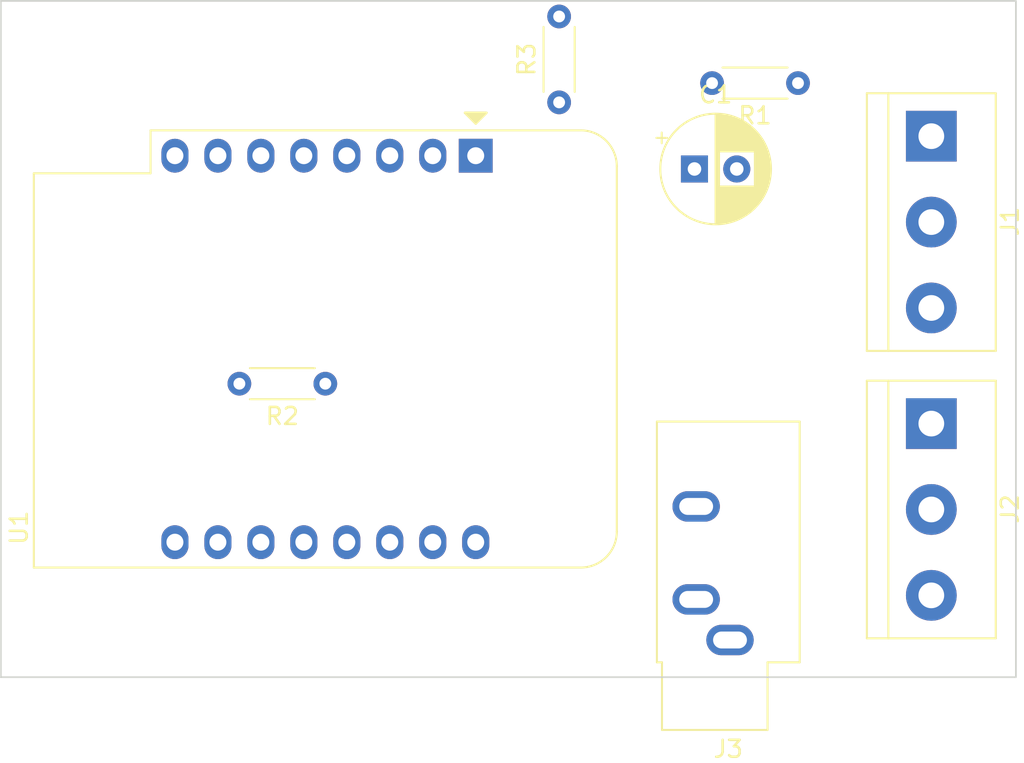
<source format=kicad_pcb>
(kicad_pcb (version 20211014) (generator pcbnew)
  (layers (0 "F.Cu" signal) (31 "B.Cu" signal) (34 "B.Paste" user) (35 "F.Paste" user) (36 "B.SilkS" user "B.Silkscreen") (37 "F.SilkS" user "F.Silkscreen") (38 "B.Mask" user) (39 "F.Mask" user) (44 "Edge.Cuts" user))
  (net 0 "")
  (net 1 "GND")
  (net 2 "Net-(C1-Pad2)")
  (net 3 "Net-(J1-Pad2)")
  (net 4 "+3V3")
  (net 5 "Net-(J3-Pad1)")
  (net 12 "Net-(U1-Pad9)")
  (footprint "Connector_Audio:Jack_3.5mm_CUI_SJ1-3533NG_Horizontal" (layer "F.Cu") (at 67.1 55.8 180)
    (fp_text reference "J3" (at 0.1 -6.45) (layer "F.SilkS"))
    (fp_text value "CT Clamp")
    (fp_line (start -4.12 12.92) (end -4.12 -1.32) (layer "F.SilkS") (width 0.12))
    (fp_line (start 4.02 -5.32) (end 4.02 -1.32) (layer "F.SilkS") (width 0.12))
    (fp_line (start -2.22 -1.32) (end -2.22 -5.32) (layer "F.SilkS") (width 0.12))
    (fp_line (start 4.32 12.92) (end -4.12 12.92) (layer "F.SilkS") (width 0.12))
    (fp_line (start 4.02 -1.32) (end 4.32 -1.32) (layer "F.SilkS") (width 0.12))
    (fp_line (start -2.22 -5.32) (end 4.02 -5.32) (layer "F.SilkS") (width 0.12))
    (fp_line (start 4.32 -1.32) (end 4.32 12.92) (layer "F.SilkS") (width 0.12))
    (fp_line (start -4.12 -1.32) (end -2.22 -1.32) (layer "F.SilkS") (width 0.12))
    (pad "R" thru_hole oval locked (at 2 7.9 180) (size 2.8 1.8) (drill oval 2 1) (layers *.Cu *.Mask))
    (pad "S" thru_hole oval locked (at 0 0 180) (size 2.8 1.8) (drill oval 2 1) (layers *.Cu *.Mask))
    (pad "T" thru_hole oval locked (at 2 2.4 180) (size 2.8 1.8) (drill oval 2 1) (layers *.Cu *.Mask))
  )
  (footprint "Capacitor_THT:CP_Radial_D6.3mm_P2.50mm" (layer "F.Cu") (at 65 27.94)
    (fp_text reference "C1" (at 1.25 -4.4) (layer "F.SilkS"))
    (fp_text value "10uF")
    (fp_line (start 2.091 1.04) (end 2.091 3.121) (layer "F.SilkS") (width 0.12))
    (fp_line (start 3.851 -1.944) (end 3.851 1.944) (layer "F.SilkS") (width 0.12))
    (fp_line (start 4.091 -1.581) (end 4.091 1.581) (layer "F.SilkS") (width 0.12))
    (fp_line (start 3.531 1.04) (end 3.531 2.305) (layer "F.SilkS") (width 0.12))
    (fp_line (start 2.051 1.04) (end 2.051 3.131) (layer "F.SilkS") (width 0.12))
    (fp_line (start 2.891 -2.79) (end 2.891 -1.04) (layer "F.SilkS") (width 0.12))
    (fp_line (start 2.331 1.04) (end 2.331 3.047) (layer "F.SilkS") (width 0.12))
    (fp_line (start 4.011 -1.714) (end 4.011 1.714) (layer "F.SilkS") (width 0.12))
    (fp_line (start 3.651 -2.182) (end 3.651 2.182) (layer "F.SilkS") (width 0.12))
    (fp_line (start 3.251 1.04) (end 3.251 2.548) (layer "F.SilkS") (width 0.12))
    (fp_line (start 2.571 -2.952) (end 2.571 -1.04) (layer "F.SilkS") (width 0.12))
    (fp_line (start 4.171 -1.432) (end 4.171 1.432) (layer "F.SilkS") (width 0.12))
    (fp_line (start 2.851 -2.812) (end 2.851 -1.04) (layer "F.SilkS") (width 0.12))
    (fp_line (start 3.931 -1.834) (end 3.931 1.834) (layer "F.SilkS") (width 0.12))
    (fp_line (start 2.971 1.04) (end 2.971 2.742) (layer "F.SilkS") (width 0.12))
    (fp_line (start 2.491 -2.986) (end 2.491 -1.04) (layer "F.SilkS") (width 0.12))
    (fp_line (start 4.371 -0.94) (end 4.371 0.94) (layer "F.SilkS") (width 0.12))
    (fp_line (start 2.691 1.04) (end 2.691 2.896) (layer "F.SilkS") (width 0.12))
    (fp_line (start 1.77 -3.189) (end 1.77 -1.04) (layer "F.SilkS") (width 0.12))
    (fp_line (start 3.371 -2.45) (end 3.371 -1.04) (layer "F.SilkS") (width 0.12))
    (fp_line (start 2.811 -2.834) (end 2.811 -1.04) (layer "F.SilkS") (width 0.12))
    (fp_line (start 1.89 1.04) (end 1.89 3.167) (layer "F.SilkS") (width 0.12))
    (fp_line (start 3.451 -2.38) (end 3.451 -1.04) (layer "F.SilkS") (width 0.12))
    (fp_line (start 2.851 1.04) (end 2.851 2.812) (layer "F.SilkS") (width 0.12))
    (fp_line (start 1.69 -3.201) (end 1.69 -1.04) (layer "F.SilkS") (width 0.12))
    (fp_line (start 2.531 -2.97) (end 2.531 -1.04) (layer "F.SilkS") (width 0.12))
    (fp_line (start 3.091 -2.664) (end 3.091 -1.04) (layer "F.SilkS") (width 0.12))
    (fp_line (start 1.33 -3.23) (end 1.33 3.23) (layer "F.SilkS") (width 0.12))
    (fp_line (start 2.411 1.04) (end 2.411 3.018) (layer "F.SilkS") (width 0.12))
    (fp_line (start 2.531 1.04) (end 2.531 2.97) (layer "F.SilkS") (width 0.12))
    (fp_line (start 2.291 -3.061) (end 2.291 -1.04) (layer "F.SilkS") (width 0.12))
    (fp_line (start 1.971 1.04) (end 1.971 3.15) (layer "F.SilkS") (width 0.12))
    (fp_line (start 1.53 -3.218) (end 1.53 -1.04) (layer "F.SilkS") (width 0.12))
    (fp_line (start 2.731 -2.876) (end 2.731 -1.04) (layer "F.SilkS") (width 0.12))
    (fp_line (start 3.051 1.04) (end 3.051 2.69) (layer "F.SilkS") (width 0.12))
    (fp_line (start 1.25 -3.23) (end 1.25 3.23) (layer "F.SilkS") (width 0.12))
    (fp_line (start 3.691 -2.137) (end 3.691 2.137) (layer "F.SilkS") (width 0.12))
    (fp_line (start 2.371 -3.033) (end 2.371 -1.04) (layer "F.SilkS") (width 0.12))
    (fp_line (start 2.131 1.04) (end 2.131 3.11) (layer "F.SilkS") (width 0.12))
    (fp_line (start 3.491 -2.343) (end 3.491 -1.04) (layer "F.SilkS") (width 0.12))
    (fp_line (start 3.131 -2.636) (end 3.131 -1.04) (layer "F.SilkS") (width 0.12))
    (fp_line (start 1.41 -3.227) (end 1.41 3.227) (layer "F.SilkS") (width 0.12))
    (fp_line (start 4.411 -0.802) (end 4.411 0.802) (layer "F.SilkS") (width 0.12))
    (fp_line (start 2.691 -2.896) (end 2.691 -1.04) (layer "F.SilkS") (width 0.12))
    (fp_line (start 2.451 -3.002) (end 2.451 -1.04) (layer "F.SilkS") (width 0.12))
    (fp_line (start 1.45 -3.224) (end 1.45 3.224) (layer "F.SilkS") (width 0.12))
    (fp_line (start 1.65 1.04) (end 1.65 3.206) (layer "F.SilkS") (width 0.12))
    (fp_line (start 2.171 1.04) (end 2.171 3.098) (layer "F.SilkS") (width 0.12))
    (fp_line (start 3.171 1.04) (end 3.171 2.607) (layer "F.SilkS") (width 0.12))
    (fp_line (start 3.011 -2.716) (end 3.011 -1.04) (layer "F.SilkS") (width 0.12))
    (fp_line (start 3.731 -2.092) (end 3.731 2.092) (layer "F.SilkS") (width 0.12))
    (fp_line (start 4.211 -1.35) (end 4.211 1.35) (layer "F.SilkS") (width 0.12))
    (fp_line (start 2.411 -3.018) (end 2.411 -1.04) (layer "F.SilkS") (width 0.12))
    (fp_line (start 2.331 -3.047) (end 2.331 -1.04) (layer "F.SilkS") (width 0.12))
    (fp_line (start 2.931 1.04) (end 2.931 2.766) (layer "F.SilkS") (width 0.12))
    (fp_line (start 1.65 -3.206) (end 1.65 -1.04) (layer "F.SilkS") (width 0.12))
    (fp_line (start 2.491 1.04) (end 2.491 2.986) (layer "F.SilkS") (width 0.12))
    (fp_line (start 1.37 -3.228) (end 1.37 3.228) (layer "F.SilkS") (width 0.12))
    (fp_line (start 2.011 1.04) (end 2.011 3.141) (layer "F.SilkS") (width 0.12))
    (fp_line (start 2.771 -2.856) (end 2.771 -1.04) (layer "F.SilkS") (width 0.12))
    (fp_line (start 2.371 1.04) (end 2.371 3.033) (layer "F.SilkS") (width 0.12))
    (fp_line (start 1.49 -3.222) (end 1.49 -1.04) (layer "F.SilkS") (width 0.12))
    (fp_line (start 2.731 1.04) (end 2.731 2.876) (layer "F.SilkS") (width 0.12))
    (fp_line (start 2.811 1.04) (end 2.811 2.834) (layer "F.SilkS") (width 0.12))
    (fp_line (start 1.73 -3.195) (end 1.73 -1.04) (layer "F.SilkS") (width 0.12))
    (fp_line (start 3.251 -2.548) (end 3.251 -1.04) (layer "F.SilkS") (width 0.12))
    (fp_line (start 1.57 -3.215) (end 1.57 -1.04) (layer "F.SilkS") (width 0.12))
    (fp_line (start 3.051 -2.69) (end 3.051 -1.04) (layer "F.SilkS") (width 0.12))
    (fp_line (start 2.131 -3.11) (end 2.131 -1.04) (layer "F.SilkS") (width 0.12))
    (fp_line (start 3.091 1.04) (end 3.091 2.664) (layer "F.SilkS") (width 0.12))
    (fp_line (start 1.89 -3.167) (end 1.89 -1.04) (layer "F.SilkS") (width 0.12))
    (fp_line (start 1.85 1.04) (end 1.85 3.175) (layer "F.SilkS") (width 0.12))
    (fp_line (start -2.250241 -1.839) (end -1.620241 -1.839) (layer "F.SilkS") (width 0.12))
    (fp_line (start 3.211 -2.578) (end 3.211 -1.04) (layer "F.SilkS") (width 0.12))
    (fp_line (start 4.331 -1.059) (end 4.331 1.059) (layer "F.SilkS") (width 0.12))
    (fp_line (start 2.571 1.04) (end 2.571 2.952) (layer "F.SilkS") (width 0.12))
    (fp_line (start 3.451 1.04) (end 3.451 2.38) (layer "F.SilkS") (width 0.12))
    (fp_line (start 2.651 1.04) (end 2.651 2.916) (layer "F.SilkS") (width 0.12))
    (fp_line (start 2.651 -2.916) (end 2.651 -1.04) (layer "F.SilkS") (width 0.12))
    (fp_line (start 3.411 1.04) (end 3.411 2.416) (layer "F.SilkS") (width 0.12))
    (fp_line (start 1.57 1.04) (end 1.57 3.215) (layer "F.SilkS") (width 0.12))
    (fp_line (start 2.611 -2.934) (end 2.611 -1.04) (layer "F.SilkS") (width 0.12))
    (fp_line (start 3.771 -2.044) (end 3.771 2.044) (layer "F.SilkS") (width 0.12))
    (fp_line (start 1.69 1.04) (end 1.69 3.201) (layer "F.SilkS") (width 0.12))
    (fp_line (start 2.211 1.04) (end 2.211 3.086) (layer "F.SilkS") (width 0.12))
    (fp_line (start 1.85 -3.175) (end 1.85 -1.04) (layer "F.SilkS") (width 0.12))
    (fp_line (start 3.291 1.04) (end 3.291 2.516) (layer "F.SilkS") (width 0.12))
    (fp_line (start 3.291 -2.516) (end 3.291 -1.04) (layer "F.SilkS") (width 0.12))
    (fp_line (start 1.73 1.04) (end 1.73 3.195) (layer "F.SilkS") (width 0.12))
    (fp_line (start 2.251 -3.074) (end 2.251 -1.04) (layer "F.SilkS") (width 0.12))
    (fp_line (start 2.251 1.04) (end 2.251 3.074) (layer "F.SilkS") (width 0.12))
    (fp_line (start 1.53 1.04) (end 1.53 3.218) (layer "F.SilkS") (width 0.12))
    (fp_line (start 3.491 1.04) (end 3.491 2.343) (layer "F.SilkS") (width 0.12))
    (fp_line (start 3.411 -2.416) (end 3.411 -1.04) (layer "F.SilkS") (width 0.12))
    (fp_line (start 1.81 1.04) (end 1.81 3.182) (layer "F.SilkS") (width 0.12))
    (fp_line (start 3.611 -2.224) (end 3.611 2.224) (layer "F.SilkS") (width 0.12))
    (fp_line (start 1.93 -3.159) (end 1.93 -1.04) (layer "F.SilkS") (width 0.12))
    (fp_line (start 1.49 1.04) (end 1.49 3.222) (layer "F.SilkS") (width 0.12))
    (fp_line (start 1.81 -3.182) (end 1.81 -1.04) (layer "F.SilkS") (width 0.12))
    (fp_line (start 3.331 -2.484) (end 3.331 -1.04) (layer "F.SilkS") (width 0.12))
    (fp_line (start 4.131 -1.509) (end 4.131 1.509) (layer "F.SilkS") (width 0.12))
    (fp_line (start 2.451 1.04) (end 2.451 3.002) (layer "F.SilkS") (width 0.12))
    (fp_line (start 3.971 -1.776) (end 3.971 1.776) (layer "F.SilkS") (width 0.12))
    (fp_line (start 4.291 -1.165) (end 4.291 1.165) (layer "F.SilkS") (width 0.12))
    (fp_line (start 1.971 -3.15) (end 1.971 -1.04) (layer "F.SilkS") (width 0.12))
    (fp_line (start 3.811 -1.995) (end 3.811 1.995) (layer "F.SilkS") (width 0.12))
    (fp_line (start 4.491 -0.402) (end 4.491 0.402) (layer "F.SilkS") (width 0.12))
    (fp_line (start 2.771 1.04) (end 2.771 2.856) (layer "F.SilkS") (width 0.12))
    (fp_line (start 3.211 1.04) (end 3.211 2.578) (layer "F.SilkS") (width 0.12))
    (fp_line (start 1.61 1.04) (end 1.61 3.211) (layer "F.SilkS") (width 0.12))
    (fp_line (start 3.891 -1.89) (end 3.891 1.89) (layer "F.SilkS") (width 0.12))
    (fp_line (start 1.77 1.04) (end 1.77 3.189) (layer "F.SilkS") (width 0.12))
    (fp_line (start 2.211 -3.086) (end 2.211 -1.04) (layer "F.SilkS") (width 0.12))
    (fp_line (start 3.131 1.04) (end 3.131 2.636) (layer "F.SilkS") (width 0.12))
    (fp_line (start 2.291 1.04) (end 2.291 3.061) (layer "F.SilkS") (width 0.12))
    (fp_line (start 2.971 -2.742) (end 2.971 -1.04) (layer "F.SilkS") (width 0.12))
    (fp_line (start 3.371 1.04) (end 3.371 2.45) (layer "F.SilkS") (width 0.12))
    (fp_line (start 3.571 -2.265) (end 3.571 2.265) (layer "F.SilkS") (width 0.12))
    (fp_line (start 4.251 -1.262) (end 4.251 1.262) (layer "F.SilkS") (width 0.12))
    (fp_line (start 2.611 1.04) (end 2.611 2.934) (layer "F.SilkS") (width 0.12))
    (fp_line (start 2.011 -3.141) (end 2.011 -1.04) (layer "F.SilkS") (width 0.12))
    (fp_line (start 2.171 -3.098) (end 2.171 -1.04) (layer "F.SilkS") (width 0.12))
    (fp_line (start 1.29 -3.23) (end 1.29 3.23) (layer "F.SilkS") (width 0.12))
    (fp_line (start 3.331 1.04) (end 3.331 2.484) (layer "F.SilkS") (width 0.12))
    (fp_line (start 2.051 -3.131) (end 2.051 -1.04) (layer "F.SilkS") (width 0.12))
    (fp_line (start 2.091 -3.121) (end 2.091 -1.04) (layer "F.SilkS") (width 0.12))
    (fp_line (start 4.451 -0.633) (end 4.451 0.633) (layer "F.SilkS") (width 0.12))
    (fp_line (start 2.891 1.04) (end 2.891 2.79) (layer "F.SilkS") (width 0.12))
    (fp_line (start 1.93 1.04) (end 1.93 3.159) (layer "F.SilkS") (width 0.12))
    (fp_line (start 3.011 1.04) (end 3.011 2.716) (layer "F.SilkS") (width 0.12))
    (fp_line (start 3.171 -2.607) (end 3.171 -1.04) (layer "F.SilkS") (width 0.12))
    (fp_line (start 4.051 -1.65) (end 4.051 1.65) (layer "F.SilkS") (width 0.12))
    (fp_line (start 2.931 -2.766) (end 2.931 -1.04) (layer "F.SilkS") (width 0.12))
    (fp_line (start -1.935241 -2.154) (end -1.935241 -1.524) (layer "F.SilkS") (width 0.12))
    (fp_line (start 3.531 -2.305) (end 3.531 -1.04) (layer "F.SilkS") (width 0.12))
    (fp_line (start 1.61 -3.211) (end 1.61 -1.04) (layer "F.SilkS") (width 0.12))
    (fp_circle (center 1.25 0) (end 4.52 0) (layer "F.SilkS") (width 0.12) (fill none))
    (pad "1" thru_hole rect (at 0 0) (size 1.6 1.6) (drill 0.8) (layers *.Cu *.Mask) (net 1 "GND"))
    (pad "2" thru_hole circle (at 2.5 0) (size 1.6 1.6) (drill 0.8) (layers *.Cu *.Mask) (net 2 "Net-(C1-Pad2)"))
  )
  (footprint "Resistor_THT:R_Axial_DIN0204_L3.6mm_D1.6mm_P5.08mm_Horizontal" (layer "F.Cu") (at 71.12 22.86 180)
    (fp_text reference "R1" (at 2.54 -1.92) (layer "F.SilkS"))
    (fp_text value "10K")
    (fp_line (start 0.62 0.92) (end 4.46 0.92) (layer "F.SilkS") (width 0.12))
    (fp_line (start 0.62 -0.92) (end 4.46 -0.92) (layer "F.SilkS") (width 0.12))
    (pad "1" thru_hole circle locked (at 0 0 180) (size 1.4 1.4) (drill 0.7) (layers *.Cu *.Mask) (net 4 "+3V3"))
    (pad "2" thru_hole oval locked (at 5.08 0 180) (size 1.4 1.4) (drill 0.7) (layers *.Cu *.Mask) (net 2 "Net-(C1-Pad2)"))
  )
  (footprint "Module:WEMOS_D1_mini_light" (layer "F.Cu") (at 52.07 27.155 -90)
    (fp_text reference "U1" (at 22 27 90) (layer "F.SilkS"))
    (fp_text value "WeMos_D1_mini")
    (fp_line (start 24.36 26.12) (end 24.36 -6.21) (layer "F.SilkS") (width 0.12))
    (fp_line (start 1.04 19.22) (end 1.04 26.12) (layer "F.SilkS") (width 0.12))
    (fp_line (start 22.24 -8.34) (end 0.63 -8.34) (layer "F.SilkS") (width 0.12))
    (fp_line (start -1.5 19.22) (end 1.04 19.22) (layer "F.SilkS") (width 0.12))
    (fp_line (start -1.5 19.22) (end -1.5 -6.21) (layer "F.SilkS") (width 0.12))
    (fp_line (start 1.04 26.12) (end 24.36 26.12) (layer "F.SilkS") (width 0.12))
    (fp_arc (start 22.23 -8.34) (mid 23.736137 -7.716137) (end 24.36 -6.21) (layer "F.SilkS") (width 0.12))
    (fp_arc (start -1.5 -6.21) (mid -0.876137 -7.716137) (end 0.63 -8.34) (layer "F.SilkS") (width 0.12))
    (fp_poly (pts (xy -2.54 -0.635) (xy -2.54 0.635) (xy -1.905 0)) (layer "F.SilkS") (width 0.15) (fill solid))
    (pad "1" thru_hole rect locked (at 0 0 270) (size 2 2) (drill 1) (layers *.Cu *.Mask))
    (pad "2" thru_hole oval locked (at 0 2.54 270) (size 2 1.6) (drill 1) (layers *.Cu *.Mask) (net 5 "Net-(J3-Pad1)"))
    (pad "3" thru_hole oval locked (at 0 5.08 270) (size 2 1.6) (drill 1) (layers *.Cu *.Mask))
    (pad "4" thru_hole oval locked (at 0 7.62 270) (size 2 1.6) (drill 1) (layers *.Cu *.Mask))
    (pad "5" thru_hole oval locked (at 0 10.16 270) (size 2 1.6) (drill 1) (layers *.Cu *.Mask))
    (pad "6" thru_hole oval locked (at 0 12.7 270) (size 2 1.6) (drill 1) (layers *.Cu *.Mask))
    (pad "7" thru_hole oval locked (at 0 15.24 270) (size 2 1.6) (drill 1) (layers *.Cu *.Mask))
    (pad "8" thru_hole oval locked (at 0 17.78 270) (size 2 1.6) (drill 1) (layers *.Cu *.Mask) (net 4 "+3V3"))
    (pad "9" thru_hole oval locked (at 22.86 17.78 270) (size 2 1.6) (drill 1) (layers *.Cu *.Mask) (net 12 "Net-(U1-Pad9)"))
    (pad "10" thru_hole oval locked (at 22.86 15.24 270) (size 2 1.6) (drill 1) (layers *.Cu *.Mask) (net 1 "GND"))
    (pad "11" thru_hole oval locked (at 22.86 12.7 270) (size 2 1.6) (drill 1) (layers *.Cu *.Mask) (net 3 "Net-(J1-Pad2)"))
    (pad "12" thru_hole oval locked (at 22.86 10.16 270) (size 2 1.6) (drill 1) (layers *.Cu *.Mask))
    (pad "13" thru_hole oval locked (at 22.86 7.62 270) (size 2 1.6) (drill 1) (layers *.Cu *.Mask))
    (pad "14" thru_hole oval locked (at 22.86 5.08 270) (size 2 1.6) (drill 1) (layers *.Cu *.Mask))
    (pad "15" thru_hole oval locked (at 22.86 2.54 270) (size 2 1.6) (drill 1) (layers *.Cu *.Mask))
    (pad "16" thru_hole oval locked (at 22.86 0 270) (size 2 1.6) (drill 1) (layers *.Cu *.Mask))
  )
  (footprint "TerminalBlock:TerminalBlock_bornier-3_P5.08mm" (layer "F.Cu") (at 79 43 -90)
    (fp_text reference "J2" (at 5.05 -4.65 90) (layer "F.SilkS"))
    (fp_text value "Discharge Temp Sensor")
    (fp_line (start -2.54 2.54) (end 12.7 2.54) (layer "F.SilkS") (width 0.12))
    (fp_line (start -2.54 3.81) (end 12.7 3.81) (layer "F.SilkS") (width 0.12))
    (fp_line (start 12.7 3.81) (end 12.7 -3.81) (layer "F.SilkS") (width 0.12))
    (fp_line (start -2.54 3.81) (end -2.54 -3.81) (layer "F.SilkS") (width 0.12))
    (fp_line (start -2.54 -3.81) (end 12.7 -3.81) (layer "F.SilkS") (width 0.12))
    (pad "1" thru_hole rect (at 0 0 270) (size 3 3) (drill 1.52) (layers *.Cu *.Mask) (net 1 "GND"))
    (pad "2" thru_hole circle (at 5.08 0 270) (size 3 3) (drill 1.52) (layers *.Cu *.Mask) (net 3 "Net-(J1-Pad2)"))
    (pad "3" thru_hole circle (at 10.16 0 270) (size 3 3) (drill 1.52) (layers *.Cu *.Mask) (net 4 "+3V3"))
  )
  (footprint "Resistor_THT:R_Axial_DIN0204_L3.6mm_D1.6mm_P5.08mm_Horizontal" (layer "F.Cu") (at 57 24 90)
    (fp_text reference "R3" (at 2.54 -1.92 90) (layer "F.SilkS"))
    (fp_text value "4.7k")
    (fp_line (start 0.62 -0.92) (end 4.46 -0.92) (layer "F.SilkS") (width 0.12))
    (fp_line (start 0.62 0.92) (end 4.46 0.92) (layer "F.SilkS") (width 0.12))
    (pad "1" thru_hole circle (at 0 0 90) (size 1.4 1.4) (drill 0.7) (layers *.Cu *.Mask) (net 3 "Net-(J1-Pad2)"))
    (pad "2" thru_hole oval (at 5.08 0 90) (size 1.4 1.4) (drill 0.7) (layers *.Cu *.Mask) (net 4 "+3V3"))
  )
  (footprint "TerminalBlock:TerminalBlock_bornier-3_P5.08mm" (layer "F.Cu") (at 79 26 -90)
    (fp_text reference "J1" (at 5.05 -4.65 90) (layer "F.SilkS"))
    (fp_text value "Intake Temp Sensor")
    (fp_line (start -2.54 -3.81) (end 12.7 -3.81) (layer "F.SilkS") (width 0.12))
    (fp_line (start 12.7 3.81) (end 12.7 -3.81) (layer "F.SilkS") (width 0.12))
    (fp_line (start -2.54 3.81) (end 12.7 3.81) (layer "F.SilkS") (width 0.12))
    (fp_line (start -2.54 3.81) (end -2.54 -3.81) (layer "F.SilkS") (width 0.12))
    (fp_line (start -2.54 2.54) (end 12.7 2.54) (layer "F.SilkS") (width 0.12))
    (pad "1" thru_hole rect (at 0 0 270) (size 3 3) (drill 1.52) (layers *.Cu *.Mask) (net 1 "GND"))
    (pad "2" thru_hole circle (at 5.08 0 270) (size 3 3) (drill 1.52) (layers *.Cu *.Mask) (net 3 "Net-(J1-Pad2)"))
    (pad "3" thru_hole circle (at 10.16 0 270) (size 3 3) (drill 1.52) (layers *.Cu *.Mask) (net 4 "+3V3"))
  )
  (footprint "Resistor_THT:R_Axial_DIN0204_L3.6mm_D1.6mm_P5.08mm_Horizontal" (layer "F.Cu") (at 43.18 40.64 180)
    (fp_text reference "R2" (at 2.54 -1.92) (layer "F.SilkS"))
    (fp_text value "10K")
    (fp_line (start 0.62 -0.92) (end 4.46 -0.92) (layer "F.SilkS") (width 0.12))
    (fp_line (start 0.62 0.92) (end 4.46 0.92) (layer "F.SilkS") (width 0.12))
    (pad "1" thru_hole circle locked (at 0 0 180) (size 1.4 1.4) (drill 0.7) (layers *.Cu *.Mask) (net 2 "Net-(C1-Pad2)"))
    (pad "2" thru_hole oval locked (at 5.08 0 180) (size 1.4 1.4) (drill 0.7) (layers *.Cu *.Mask) (net 1 "GND"))
  )
  (gr_rect (start 24 18) (end 84 58) (layer "Edge.Cuts") (width 0.1) (fill none))
)
</source>
